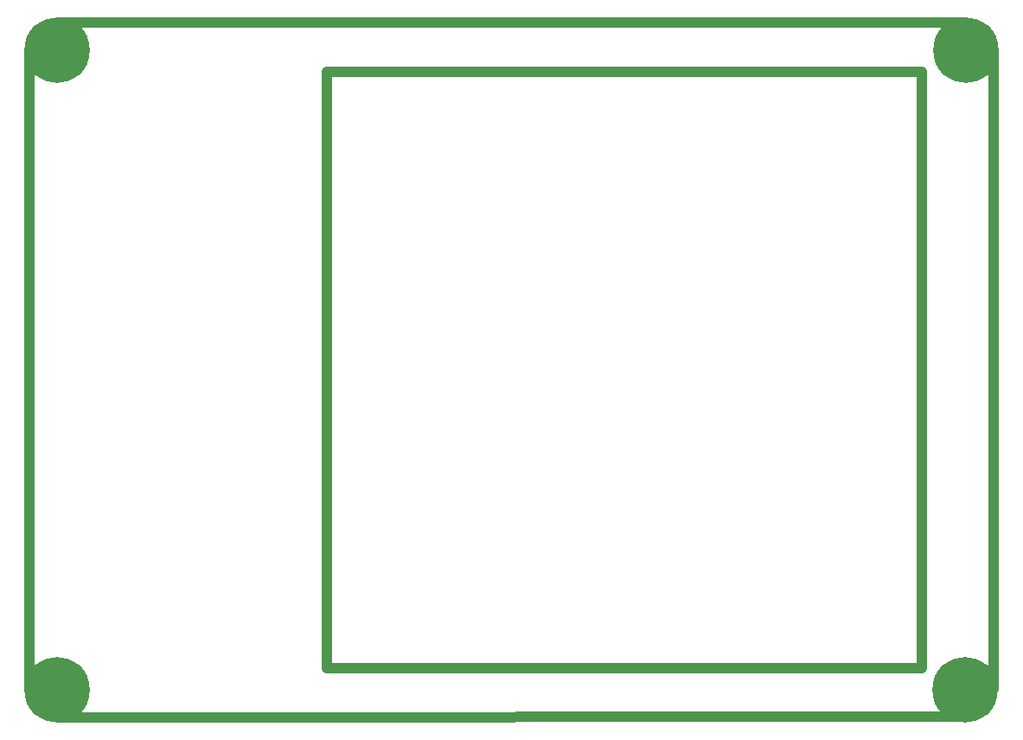
<source format=gts>
G04 #@! TF.GenerationSoftware,KiCad,Pcbnew,(5.1.10-1-10_14)*
G04 #@! TF.CreationDate,2021-09-27T01:33:29+08:00*
G04 #@! TF.ProjectId,SMP top plate v.2 ,534d5020-746f-4702-9070-6c6174652076,rev?*
G04 #@! TF.SameCoordinates,Original*
G04 #@! TF.FileFunction,Soldermask,Top*
G04 #@! TF.FilePolarity,Negative*
%FSLAX46Y46*%
G04 Gerber Fmt 4.6, Leading zero omitted, Abs format (unit mm)*
G04 Created by KiCad (PCBNEW (5.1.10-1-10_14)) date 2021-09-27 01:33:29*
%MOMM*%
%LPD*%
G01*
G04 APERTURE LIST*
%ADD10C,1.000000*%
%ADD11C,6.400000*%
%ADD12C,3.600000*%
G04 APERTURE END LIST*
D10*
X177551080Y-71074280D02*
X119250460Y-71074280D01*
X177550460Y-71074280D02*
X177550460Y-129367280D01*
X177551080Y-129372360D02*
X119249500Y-129368320D01*
X90158820Y-131414520D02*
X90158820Y-69032120D01*
X92919800Y-66255900D02*
X181737000Y-66255900D01*
X184533799Y-131414520D02*
X184533799Y-69032120D01*
X92917260Y-134190740D02*
X181737000Y-134162779D01*
X119249500Y-71074280D02*
X119249500Y-129368320D01*
D11*
X181787255Y-131465320D03*
D12*
X181787255Y-131465320D03*
D11*
X92858819Y-131490720D03*
D12*
X92858819Y-131490720D03*
D11*
X181833800Y-68955920D03*
D12*
X181833800Y-68955920D03*
D11*
X92869000Y-68955920D03*
D12*
X92869000Y-68955920D03*
M02*

</source>
